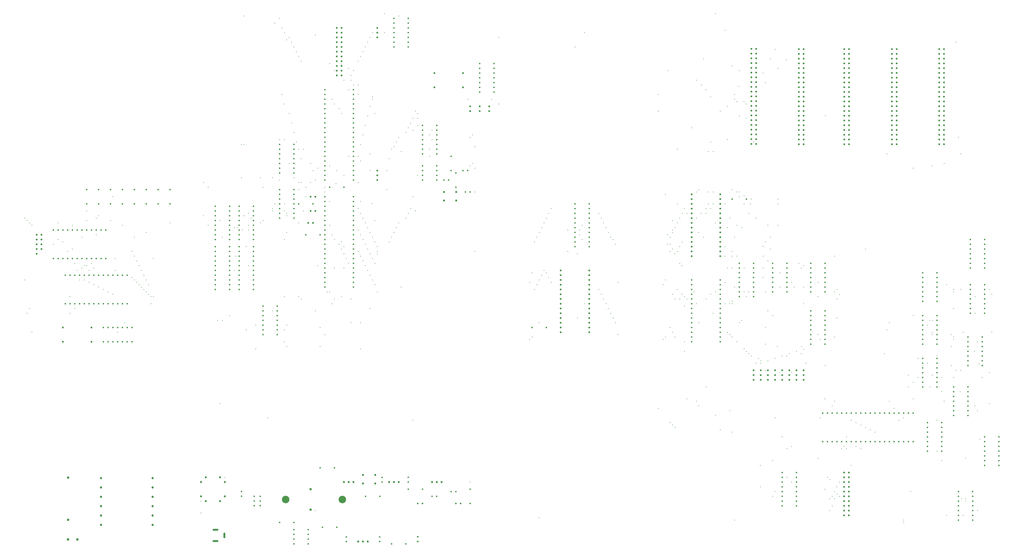
<source format=gbr>
%TF.GenerationSoftware,KiCad,Pcbnew,(5.1.10)-1*%
%TF.CreationDate,2022-04-25T14:41:32+01:00*%
%TF.ProjectId,Motherboard,4d6f7468-6572-4626-9f61-72642e6b6963,2.2*%
%TF.SameCoordinates,Original*%
%TF.FileFunction,Plated,1,8,PTH,Mixed*%
%TF.FilePolarity,Positive*%
%FSLAX46Y46*%
G04 Gerber Fmt 4.6, Leading zero omitted, Abs format (unit mm)*
G04 Created by KiCad (PCBNEW (5.1.10)-1) date 2022-04-25 14:41:32*
%MOMM*%
%LPD*%
G01*
G04 APERTURE LIST*
%TA.AperFunction,ViaDrill*%
%ADD10C,0.400000*%
%TD*%
%TA.AperFunction,ComponentDrill*%
%ADD11C,0.800000*%
%TD*%
%TA.AperFunction,ComponentDrill*%
%ADD12C,0.900000*%
%TD*%
%TA.AperFunction,ComponentDrill*%
%ADD13C,1.000000*%
%TD*%
G04 aperture for slot hole*
%TA.AperFunction,ComponentDrill*%
%ADD14C,1.000000*%
%TD*%
%TA.AperFunction,ComponentDrill*%
%ADD15C,1.100000*%
%TD*%
%TA.AperFunction,ComponentDrill*%
%ADD16C,1.200000*%
%TD*%
%TA.AperFunction,ComponentDrill*%
%ADD17C,1.300000*%
%TD*%
%TA.AperFunction,ComponentDrill*%
%ADD18C,1.320000*%
%TD*%
%TA.AperFunction,ComponentDrill*%
%ADD19C,4.000000*%
%TD*%
G04 APERTURE END LIST*
D10*
X30480000Y-139700000D03*
X30480000Y-172720000D03*
X31750000Y-140970000D03*
X31750000Y-190500000D03*
X33020000Y-142240000D03*
X33020000Y-187960000D03*
X34290000Y-143510000D03*
X34290000Y-200660000D03*
X45720000Y-153670000D03*
X48260000Y-142240000D03*
X48260000Y-151130000D03*
X50800000Y-152400000D03*
X53340000Y-157480000D03*
X54610000Y-181610000D03*
X54610000Y-190500000D03*
X55880000Y-143510000D03*
X55880000Y-156210000D03*
X57150000Y-163830000D03*
X57150000Y-187960000D03*
X58420000Y-167640000D03*
X59690000Y-172720000D03*
X60960000Y-149860000D03*
X60960000Y-166370000D03*
X62230000Y-165100000D03*
X62230000Y-172720000D03*
X63500000Y-135890000D03*
X63500000Y-140970000D03*
X63500000Y-165100000D03*
X64770000Y-167640000D03*
X64770000Y-173990000D03*
X66040000Y-163830000D03*
X67310000Y-166370000D03*
X67310000Y-175260000D03*
X68580000Y-139700000D03*
X68580000Y-148590000D03*
X69850000Y-138430000D03*
X69850000Y-176530000D03*
X72390000Y-177800000D03*
X74930000Y-179070000D03*
X76200000Y-140970000D03*
X77470000Y-128270000D03*
X77470000Y-180340000D03*
X78740000Y-161290000D03*
X78740000Y-167640000D03*
X80010000Y-200660000D03*
X82550000Y-143510000D03*
X83820000Y-195580000D03*
X87630000Y-157480000D03*
X87630000Y-171450000D03*
X88900000Y-149860000D03*
X88900000Y-160020000D03*
X88900000Y-172720000D03*
X90170000Y-162560000D03*
X90170000Y-173990000D03*
X91440000Y-165100000D03*
X91440000Y-175260000D03*
X92710000Y-167640000D03*
X92710000Y-176530000D03*
X93980000Y-170180000D03*
X93980000Y-177800000D03*
X95250000Y-147320000D03*
X95250000Y-172720000D03*
X95250000Y-179070000D03*
X96520000Y-175260000D03*
X96520000Y-180340000D03*
X97790000Y-181610000D03*
X97790000Y-185420000D03*
X99060000Y-161290000D03*
X99060000Y-181610000D03*
X107950000Y-142240000D03*
X124460000Y-290830000D03*
X124460000Y-297180000D03*
X125730000Y-120650000D03*
X125730000Y-138430000D03*
X128270000Y-123190000D03*
X128270000Y-143510000D03*
X133350000Y-194310000D03*
X134620000Y-140970000D03*
X134620000Y-238760000D03*
X135890000Y-149860000D03*
X135890000Y-194310000D03*
X137160000Y-278130000D03*
X139700000Y-191770000D03*
X142240000Y-144780000D03*
X142240000Y-167640000D03*
X142980000Y-160020000D03*
X143690001Y-144780000D03*
X146050000Y-100330000D03*
X146050000Y-118110000D03*
X146580000Y-146050000D03*
X147320000Y-31750000D03*
X147320000Y-100330000D03*
X147320000Y-138430000D03*
X148590000Y-154940000D03*
X148590000Y-199390000D03*
X149860000Y-137160000D03*
X149860000Y-143510000D03*
X149860000Y-146050000D03*
X149860000Y-165100000D03*
X151130000Y-139700000D03*
X153670000Y-196850000D03*
X153670000Y-209550000D03*
X156210000Y-118110000D03*
X156210000Y-142240000D03*
X157480000Y-123190000D03*
X157480000Y-140970000D03*
X159994600Y-246380000D03*
X162560000Y-118110000D03*
X162560000Y-134620000D03*
X162560000Y-135890000D03*
X162560000Y-189230000D03*
X163830000Y-35560000D03*
X163830000Y-132080000D03*
X166370000Y-33020000D03*
X166370000Y-97790000D03*
X166370000Y-119380000D03*
X167640000Y-38100000D03*
X167640000Y-73660000D03*
X168910000Y-40640000D03*
X168910000Y-78740000D03*
X168910000Y-97790000D03*
X168910000Y-132080000D03*
X168910000Y-135890000D03*
X168910000Y-151130000D03*
X168910000Y-181610000D03*
X168910000Y-199390000D03*
X168910000Y-205740000D03*
X170180000Y-44450000D03*
X170180000Y-137160000D03*
X170180000Y-138430000D03*
X170180000Y-147320000D03*
X170180000Y-196850000D03*
X170180000Y-208280000D03*
X171450000Y-43180000D03*
X171450000Y-83820000D03*
X171450000Y-110490000D03*
X172720000Y-45720000D03*
X172720000Y-88900000D03*
X173990000Y-48260000D03*
X173990000Y-93980000D03*
X173990000Y-118110000D03*
X175260000Y-50800000D03*
X175260000Y-99060000D03*
X176530000Y-53340000D03*
X176530000Y-102870000D03*
X176530000Y-120650000D03*
X176530000Y-124460000D03*
X176530000Y-142240000D03*
X176530000Y-181610000D03*
X177800000Y-55880000D03*
X177800000Y-107950000D03*
X177800000Y-120650000D03*
X177800000Y-182880000D03*
X179070000Y-102870000D03*
X179070000Y-135890000D03*
X180340000Y-123190000D03*
X180340000Y-128270000D03*
X182880000Y-110490000D03*
X182880000Y-120650000D03*
X184150000Y-114300000D03*
X185420000Y-41910000D03*
X185420000Y-119380000D03*
X185420000Y-189230000D03*
X185420000Y-295910000D03*
X186690000Y-113030000D03*
X186690000Y-165100000D03*
X187960000Y-198120000D03*
X187960000Y-208280000D03*
X190500000Y-123190000D03*
X190500000Y-125730000D03*
X190500000Y-201930000D03*
X191770000Y-179070000D03*
X193040000Y-57150000D03*
X193040000Y-111760000D03*
X193040000Y-130810000D03*
X193040000Y-143510000D03*
X193040000Y-179070000D03*
X194310000Y-76200000D03*
X194310000Y-148590000D03*
X194310000Y-185420000D03*
X195580000Y-60960000D03*
X195580000Y-78740000D03*
X195580000Y-151130000D03*
X195580000Y-166370000D03*
X195580000Y-182880000D03*
X196452447Y-121195000D03*
X196850000Y-114300000D03*
X198120000Y-81280000D03*
X198120000Y-153670000D03*
X199390000Y-57330003D03*
X199390000Y-83820000D03*
X199390000Y-152400000D03*
X199390000Y-156210000D03*
X199390000Y-181610000D03*
X200660000Y-66040000D03*
X200660000Y-116840000D03*
X200660000Y-154940000D03*
X200660000Y-158750000D03*
X200660000Y-166370000D03*
X201930000Y-161290000D03*
X203200000Y-59690000D03*
X203200000Y-71120000D03*
X203200000Y-106680000D03*
X203200000Y-163830000D03*
X204470000Y-63500000D03*
X204470000Y-66040000D03*
X204470000Y-182880000D03*
X204470000Y-195580000D03*
X205740000Y-60960000D03*
X205740000Y-68580000D03*
X208280000Y-55880000D03*
X208280000Y-68580000D03*
X208280000Y-73660000D03*
X208280000Y-106680000D03*
X208280000Y-120650000D03*
X208280000Y-134620000D03*
X208280000Y-146050000D03*
X208280000Y-157480000D03*
X209550000Y-53340000D03*
X209550000Y-100330000D03*
X209550000Y-109220000D03*
X209550000Y-130810000D03*
X209550000Y-137160000D03*
X209550000Y-148590000D03*
X209550000Y-160020000D03*
X209550000Y-195580000D03*
X209550000Y-209550000D03*
X210820000Y-50800000D03*
X210820000Y-95250000D03*
X210820000Y-139700000D03*
X210820000Y-151130000D03*
X210820000Y-162560000D03*
X212090000Y-48260000D03*
X212090000Y-90170000D03*
X212090000Y-142240000D03*
X212090000Y-153670000D03*
X212090000Y-165100000D03*
X213360000Y-45720000D03*
X213360000Y-85090000D03*
X213360000Y-144780000D03*
X213360000Y-156210000D03*
X213360000Y-167640000D03*
X214630000Y-43180000D03*
X214630000Y-80010000D03*
X214630000Y-105410000D03*
X214630000Y-114300000D03*
X214630000Y-147320000D03*
X214630000Y-158750000D03*
X214630000Y-170180000D03*
X214630000Y-187960000D03*
X215747849Y-131927849D03*
X215900000Y-40640000D03*
X215900000Y-74930000D03*
X215900000Y-76200000D03*
X215900000Y-149860000D03*
X215900000Y-161290000D03*
X215900000Y-172720000D03*
X217170000Y-83820000D03*
X217170000Y-140970000D03*
X217170000Y-152400000D03*
X217170000Y-163830000D03*
X217170000Y-175260000D03*
X218440000Y-154940000D03*
X218440000Y-157480000D03*
X218440000Y-158750000D03*
X218440000Y-179070000D03*
X222250000Y-30480000D03*
X222250000Y-40640000D03*
X223520000Y-114300000D03*
X223520000Y-124460000D03*
X224790000Y-107950000D03*
X224790000Y-152400000D03*
X226060000Y-102870000D03*
X226060000Y-149860000D03*
X227330000Y-101600000D03*
X227330000Y-147320000D03*
X228600000Y-99060000D03*
X228600000Y-144780000D03*
X229870000Y-31750000D03*
X229870000Y-96520000D03*
X229870000Y-142240000D03*
X231140000Y-104140000D03*
X231140000Y-176530000D03*
X233680000Y-93980000D03*
X233680000Y-139700000D03*
X234950000Y-91440000D03*
X234950000Y-137160000D03*
X236220000Y-88900000D03*
X236220000Y-134620000D03*
X237490000Y-86360000D03*
X237490000Y-92710000D03*
X237490000Y-128270000D03*
X237490000Y-247650000D03*
X238760000Y-82550000D03*
X238760000Y-135890000D03*
X240030000Y-83820000D03*
X240030000Y-86360000D03*
X240030000Y-90170000D03*
X240030000Y-116840000D03*
X246380000Y-95250000D03*
X246380000Y-102870000D03*
X246380000Y-106680000D03*
X247650000Y-92710000D03*
X247650000Y-97790000D03*
X266700000Y-76200000D03*
X267970000Y-96520000D03*
X267970000Y-111760000D03*
X267970000Y-280670000D03*
X269240000Y-95250000D03*
X269240000Y-110490000D03*
X270510000Y-101600000D03*
X270510000Y-113030000D03*
X270510000Y-125730000D03*
X270510000Y-157480000D03*
X279400000Y-76200000D03*
X283210000Y-43180000D03*
X283210000Y-78740000D03*
X299720000Y-173990000D03*
X299720000Y-204470000D03*
X300990000Y-168910000D03*
X300990000Y-203200000D03*
X302260000Y-152400000D03*
X302260000Y-177800000D03*
X303530000Y-149860000D03*
X303530000Y-175260000D03*
X304800000Y-147320000D03*
X304800000Y-172720000D03*
X304800000Y-195580000D03*
X304800000Y-299720000D03*
X306070000Y-144780000D03*
X306070000Y-170180000D03*
X306070000Y-170180000D03*
X307340000Y-142240000D03*
X307340000Y-167640000D03*
X308610000Y-139700000D03*
X308610000Y-168910000D03*
X309880000Y-137160000D03*
X309880000Y-171450000D03*
X311150000Y-134620000D03*
X311150000Y-173990000D03*
X320040000Y-146050000D03*
X320040000Y-157480000D03*
X323850000Y-48260000D03*
X325120000Y-158750000D03*
X325120000Y-193040000D03*
X326390000Y-146050000D03*
X326390000Y-148590000D03*
X327660000Y-143510000D03*
X327660000Y-151130000D03*
X328930000Y-40640000D03*
X328930000Y-185420000D03*
X336550000Y-137160000D03*
X336550000Y-177800000D03*
X337820000Y-139700000D03*
X337820000Y-180340000D03*
X339090000Y-142240000D03*
X339090000Y-182880000D03*
X340360000Y-144780000D03*
X340360000Y-185420000D03*
X341630000Y-147320000D03*
X341630000Y-187960000D03*
X342900000Y-149860000D03*
X342900000Y-190500000D03*
X344170000Y-151130000D03*
X344170000Y-193040000D03*
X345440000Y-153670000D03*
X345440000Y-195580000D03*
X346710000Y-173990000D03*
X346710000Y-201930000D03*
X368300000Y-73660000D03*
X368300000Y-82550000D03*
X368300000Y-241300000D03*
X370840000Y-175260000D03*
X370840000Y-204470000D03*
X372110000Y-127000000D03*
X372110000Y-172720000D03*
X372110000Y-203200000D03*
X373380000Y-60960000D03*
X373380000Y-148590000D03*
X373380000Y-153670000D03*
X374650000Y-149860000D03*
X374650000Y-153670000D03*
X374650000Y-157480000D03*
X374650000Y-198120000D03*
X374650000Y-248920000D03*
X375920000Y-140970000D03*
X375920000Y-146050000D03*
X375920000Y-147320000D03*
X375920000Y-156210000D03*
X375920000Y-180340000D03*
X375920000Y-200660000D03*
X375920000Y-250190000D03*
X377190000Y-144780000D03*
X377190000Y-158750000D03*
X377190000Y-182880000D03*
X377190000Y-203200000D03*
X377190000Y-251460000D03*
X378460000Y-102870000D03*
X378460000Y-132080000D03*
X378460000Y-142240000D03*
X378460000Y-157480000D03*
X378460000Y-177800000D03*
X379730000Y-139700000D03*
X379730000Y-154940000D03*
X379730000Y-163830000D03*
X379730000Y-182880000D03*
X381000000Y-137160000D03*
X381000000Y-152400000D03*
X381000000Y-165100000D03*
X381000000Y-180340000D03*
X382270000Y-134620000D03*
X382270000Y-181610000D03*
X382270000Y-186690000D03*
X382270000Y-205740000D03*
X382270000Y-210820000D03*
X383540000Y-137160000D03*
X383540000Y-182880000D03*
X383540000Y-236220000D03*
X386080000Y-91440000D03*
X387350000Y-179070000D03*
X388620000Y-66040000D03*
X388620000Y-125730000D03*
X388620000Y-139700000D03*
X388620000Y-185420000D03*
X388620000Y-237490000D03*
X389890000Y-124460000D03*
X389890000Y-147320000D03*
X389890000Y-195580000D03*
X389890000Y-240030000D03*
X391160000Y-68580000D03*
X391160000Y-137160000D03*
X392430000Y-54610000D03*
X392430000Y-149860000D03*
X393700000Y-71120000D03*
X393700000Y-134620000D03*
X393700000Y-137160000D03*
X393700000Y-182880000D03*
X393700000Y-229870000D03*
X394970000Y-104140000D03*
X394970000Y-125730000D03*
X394970000Y-132080000D03*
X396240000Y-74930000D03*
X396240000Y-99060000D03*
X396240000Y-134620000D03*
X396240000Y-180340000D03*
X397510000Y-104140000D03*
X397510000Y-125730000D03*
X397510000Y-132080000D03*
X397510000Y-190500000D03*
X398780000Y-30480000D03*
X398780000Y-142240000D03*
X398780000Y-179070000D03*
X398780000Y-245110000D03*
X401320000Y-82550000D03*
X401320000Y-252730000D03*
X403860000Y-39370000D03*
X403860000Y-132080000D03*
X403860000Y-154940000D03*
X403860000Y-160020000D03*
X403860000Y-173990000D03*
X403860000Y-185420000D03*
X405130000Y-80010000D03*
X405130000Y-97790000D03*
X405130000Y-144780000D03*
X405130000Y-166370000D03*
X405130000Y-200660000D03*
X406400000Y-139700000D03*
X406400000Y-185420000D03*
X406400000Y-201930000D03*
X406400000Y-242570000D03*
X407670000Y-58420000D03*
X407670000Y-124460000D03*
X407670000Y-157480000D03*
X407670000Y-160020000D03*
X407670000Y-166370000D03*
X407670000Y-183969999D03*
X407670000Y-185420000D03*
X407670000Y-203200000D03*
X407670000Y-254000000D03*
X408940000Y-73660000D03*
X408940000Y-76200000D03*
X408940000Y-149860000D03*
X408940000Y-176530000D03*
X408940000Y-300990000D03*
X410210000Y-77470000D03*
X410210000Y-125730000D03*
X410210000Y-143510000D03*
X410210000Y-160020000D03*
X410210000Y-205740000D03*
X411226000Y-69342000D03*
X411480000Y-60960000D03*
X411480000Y-85090000D03*
X411480000Y-125730000D03*
X411480000Y-128270000D03*
X411480000Y-195399999D03*
X412750000Y-144780000D03*
X412750000Y-194310000D03*
X414020000Y-77470000D03*
X414020000Y-127762000D03*
X414020000Y-132080000D03*
X414020000Y-166370000D03*
X414020000Y-179070000D03*
X414020000Y-209550000D03*
X415290000Y-78740000D03*
X415290000Y-86360000D03*
X415290000Y-181610000D03*
X415290000Y-210820000D03*
X416560000Y-137160000D03*
X416560000Y-179070000D03*
X416560000Y-212090000D03*
X417322000Y-132080000D03*
X417830000Y-129540000D03*
X417830000Y-213360000D03*
X419100000Y-99060000D03*
X420370000Y-139700000D03*
X420370000Y-217170000D03*
X421640000Y-214630000D03*
X422681400Y-271754600D03*
X422732200Y-283159200D03*
X422910000Y-215900000D03*
X422910000Y-217170000D03*
X424180000Y-62230000D03*
X424180000Y-154940000D03*
X424180000Y-160020000D03*
X424180000Y-166370000D03*
X424180000Y-171450000D03*
X425269997Y-220980000D03*
X425450000Y-67310000D03*
X425450000Y-152400000D03*
X425450000Y-179070000D03*
X425450000Y-198120000D03*
X425450000Y-207010000D03*
X426720000Y-143510000D03*
X426720000Y-162560000D03*
X426720000Y-189230000D03*
X426720000Y-215900000D03*
X427990000Y-54610000D03*
X427990000Y-149860000D03*
X427990000Y-156210000D03*
X429260000Y-191770000D03*
X429260000Y-269240000D03*
X429260000Y-288290000D03*
X430530000Y-49530000D03*
X430530000Y-214630000D03*
X430530000Y-246380000D03*
X430530000Y-285750000D03*
X431800000Y-208280000D03*
X432054000Y-59690000D03*
X432054000Y-129540000D03*
X432054000Y-132080000D03*
X432054000Y-143510000D03*
X433070000Y-168910000D03*
X433070000Y-176530000D03*
X433070000Y-222250000D03*
X434340000Y-213360000D03*
X434340000Y-256540000D03*
X436524400Y-55067200D03*
X436880000Y-213360000D03*
X436880000Y-262890000D03*
X436880000Y-278130000D03*
X438150000Y-212090000D03*
X439420000Y-173990000D03*
X439420000Y-222250000D03*
X439420000Y-261620000D03*
X439420000Y-280670000D03*
X440690000Y-176530000D03*
X441960000Y-210820000D03*
X443230000Y-163830000D03*
X444500000Y-166370000D03*
X444500000Y-208280000D03*
X444500000Y-212090000D03*
X445770000Y-165100000D03*
X445770000Y-176530000D03*
X445770000Y-185420000D03*
X445770000Y-209550000D03*
X447040000Y-217170000D03*
X453390000Y-173990000D03*
X453390000Y-181610000D03*
X453390000Y-201930000D03*
X453390000Y-267970000D03*
X454660000Y-204470000D03*
X454660000Y-246380000D03*
X457200000Y-218440000D03*
X457200000Y-236220000D03*
X457200000Y-284480000D03*
X457403200Y-84937600D03*
X458470000Y-278130000D03*
X459740000Y-279400000D03*
X459740000Y-289560000D03*
X459740000Y-295910000D03*
X461010000Y-240030000D03*
X461010000Y-288290000D03*
X461010000Y-293370000D03*
X462280000Y-160020000D03*
X462280000Y-179070000D03*
X462280000Y-203200000D03*
X462280000Y-237490000D03*
X462280000Y-285750000D03*
X462280000Y-289560000D03*
X463550000Y-177800000D03*
X463550000Y-182880000D03*
X463550000Y-193040000D03*
X463550000Y-283210000D03*
X463550000Y-287020000D03*
X464820000Y-280670000D03*
X464820000Y-288290000D03*
X464872008Y-180484990D03*
X466090000Y-262890000D03*
X467360000Y-261620000D03*
X468630000Y-256540000D03*
X468630000Y-262890000D03*
X471144600Y-271729200D03*
X471170000Y-247650000D03*
X473710000Y-248920000D03*
X473710000Y-261620000D03*
X476250000Y-250190000D03*
X476250000Y-262890000D03*
X478790000Y-156210000D03*
X478790000Y-251460000D03*
X481330000Y-252730000D03*
X483870000Y-254000000D03*
X488950000Y-212090000D03*
X490220000Y-105410000D03*
X490220000Y-199390000D03*
X491490000Y-195580000D03*
X491490000Y-237490000D03*
X494030000Y-241300000D03*
X496570000Y-247650000D03*
X499110000Y-246380000D03*
X499110000Y-300990000D03*
X499110000Y-302260000D03*
X501650000Y-223520000D03*
X501650000Y-229870000D03*
X502920000Y-285750000D03*
X504190000Y-113030000D03*
X504190000Y-191770000D03*
X504190000Y-227330000D03*
X504190000Y-236220000D03*
X506730000Y-214630000D03*
X506730000Y-224790000D03*
X509270000Y-218570000D03*
X511810000Y-196850000D03*
X511810000Y-217170000D03*
X513080000Y-194310000D03*
X513080000Y-229870000D03*
X514350000Y-111760000D03*
X514350000Y-194310000D03*
X514350000Y-200660000D03*
X514350000Y-201930000D03*
X514350000Y-223520000D03*
X516890000Y-213230000D03*
X516890000Y-247650000D03*
X516890000Y-264160000D03*
X519430000Y-224790000D03*
X519430000Y-232410000D03*
X519430000Y-269240000D03*
X520700000Y-110490000D03*
X520700000Y-237490000D03*
X521970000Y-175260000D03*
X521970000Y-298450000D03*
X524510000Y-201930000D03*
X524510000Y-208280000D03*
X524510000Y-218440000D03*
X525780000Y-177800000D03*
X525780000Y-179070000D03*
X525780000Y-187960000D03*
X525780000Y-203200000D03*
X525780000Y-204470000D03*
X525780000Y-224790000D03*
X527050000Y-45720000D03*
X527050000Y-220980000D03*
X528320000Y-96520000D03*
X529264999Y-232410000D03*
X529590000Y-105410000D03*
X529590000Y-177800000D03*
X529590000Y-220980000D03*
X530135000Y-289560000D03*
X530860000Y-200660000D03*
X530860000Y-298450000D03*
X532130000Y-267970000D03*
X532130000Y-289560000D03*
X532130000Y-290830000D03*
X537029999Y-210820000D03*
X537029999Y-240030000D03*
X537210000Y-181610000D03*
X537210000Y-190500000D03*
X538480000Y-205740000D03*
X538480000Y-242570000D03*
X538480000Y-295910000D03*
X539350001Y-217569999D03*
X539750000Y-257810000D03*
X541020000Y-224790000D03*
X544830000Y-177800000D03*
X544830000Y-222250000D03*
X544830000Y-238760000D03*
X546100000Y-180340000D03*
X546100000Y-200660000D03*
D11*
%TO.C,U29*%
X45720000Y-146050000D03*
X45720000Y-161290000D03*
X48260000Y-146050000D03*
X48260000Y-161290000D03*
X50800000Y-146050000D03*
X50800000Y-161290000D03*
%TO.C,U25*%
X52070000Y-170180000D03*
X52070000Y-185420000D03*
%TO.C,U29*%
X53340000Y-146050000D03*
X53340000Y-161290000D03*
%TO.C,U25*%
X54610000Y-170180000D03*
X54610000Y-185420000D03*
%TO.C,U29*%
X55880000Y-146050000D03*
X55880000Y-161290000D03*
%TO.C,U25*%
X57150000Y-170180000D03*
X57150000Y-185420000D03*
%TO.C,U29*%
X58420000Y-146050000D03*
X58420000Y-161290000D03*
%TO.C,U25*%
X59690000Y-170180000D03*
X59690000Y-185420000D03*
%TO.C,U29*%
X60960000Y-146050000D03*
X60960000Y-161290000D03*
%TO.C,U25*%
X62230000Y-170180000D03*
X62230000Y-185420000D03*
%TO.C,R8*%
X63500000Y-124460000D03*
X63500000Y-132080000D03*
%TO.C,U29*%
X63500000Y-146050000D03*
X63500000Y-161290000D03*
%TO.C,U25*%
X64770000Y-170180000D03*
X64770000Y-185420000D03*
%TO.C,U29*%
X66040000Y-146050000D03*
X66040000Y-161290000D03*
%TO.C,U25*%
X67310000Y-170180000D03*
X67310000Y-185420000D03*
%TO.C,U29*%
X68580000Y-146050000D03*
X68580000Y-161290000D03*
%TO.C,R7*%
X69850000Y-124460000D03*
X69850000Y-132080000D03*
%TO.C,U25*%
X69850000Y-170180000D03*
X69850000Y-185420000D03*
%TO.C,U29*%
X71120000Y-146050000D03*
X71120000Y-161290000D03*
%TO.C,U25*%
X72390000Y-170180000D03*
X72390000Y-185420000D03*
%TO.C,U32*%
X72390000Y-198120000D03*
X72390000Y-205740000D03*
%TO.C,U29*%
X73660000Y-146050000D03*
X73660000Y-161290000D03*
%TO.C,U25*%
X74930000Y-170180000D03*
X74930000Y-185420000D03*
%TO.C,U32*%
X74930000Y-198120000D03*
X74930000Y-205740000D03*
%TO.C,R6*%
X76200000Y-124460000D03*
X76200000Y-132080000D03*
%TO.C,U25*%
X77470000Y-170180000D03*
X77470000Y-185420000D03*
%TO.C,U32*%
X77470000Y-198120000D03*
X77470000Y-205740000D03*
%TO.C,U25*%
X80010000Y-170180000D03*
X80010000Y-185420000D03*
%TO.C,U32*%
X80010000Y-198120000D03*
X80010000Y-205740000D03*
%TO.C,R5*%
X82550000Y-124460000D03*
X82550000Y-132080000D03*
%TO.C,U25*%
X82550000Y-170180000D03*
X82550000Y-185420000D03*
%TO.C,U32*%
X82550000Y-198120000D03*
X82550000Y-205740000D03*
%TO.C,U25*%
X85090000Y-170180000D03*
X85090000Y-185420000D03*
%TO.C,U32*%
X85090000Y-198120000D03*
X85090000Y-205740000D03*
X87630000Y-198120000D03*
X87630000Y-205740000D03*
%TO.C,R4*%
X88900000Y-124460000D03*
X88900000Y-132080000D03*
%TO.C,R3*%
X95250000Y-124460000D03*
X95250000Y-132080000D03*
%TO.C,R2*%
X101600000Y-124460000D03*
X101600000Y-132080000D03*
%TO.C,R1*%
X107950000Y-124460000D03*
X107950000Y-132080000D03*
%TO.C,U4*%
X132080000Y-133350000D03*
X132080000Y-135890000D03*
X132080000Y-138430000D03*
X132080000Y-140970000D03*
X132080000Y-143510000D03*
X132080000Y-146050000D03*
X132080000Y-148590000D03*
X132080000Y-151130000D03*
%TO.C,U16*%
X132080000Y-154940000D03*
X132080000Y-157480000D03*
X132080000Y-160020000D03*
X132080000Y-162560000D03*
X132080000Y-165100000D03*
X132080000Y-167640000D03*
X132080000Y-170180000D03*
X132080000Y-172720000D03*
X132080000Y-175260000D03*
X132080000Y-177800000D03*
%TO.C,U4*%
X139700000Y-133350000D03*
X139700000Y-135890000D03*
X139700000Y-138430000D03*
X139700000Y-140970000D03*
X139700000Y-143510000D03*
X139700000Y-146050000D03*
X139700000Y-148590000D03*
X139700000Y-151130000D03*
%TO.C,U16*%
X139700000Y-154940000D03*
X139700000Y-157480000D03*
X139700000Y-160020000D03*
X139700000Y-162560000D03*
X139700000Y-165100000D03*
X139700000Y-167640000D03*
X139700000Y-170180000D03*
X139700000Y-172720000D03*
X139700000Y-175260000D03*
X139700000Y-177800000D03*
%TO.C,U5*%
X144780000Y-133350000D03*
X144780000Y-135890000D03*
X144780000Y-138430000D03*
X144780000Y-140970000D03*
X144780000Y-143510000D03*
X144780000Y-146050000D03*
X144780000Y-148590000D03*
X144780000Y-151130000D03*
%TO.C,U17*%
X144780000Y-154940000D03*
X144780000Y-157480000D03*
X144780000Y-160020000D03*
X144780000Y-162560000D03*
X144780000Y-165100000D03*
X144780000Y-167640000D03*
X144780000Y-170180000D03*
X144780000Y-172720000D03*
X144780000Y-175260000D03*
X144780000Y-177800000D03*
%TO.C,CP1*%
X146024600Y-285637600D03*
X146024600Y-288137600D03*
%TO.C,U5*%
X152400000Y-133350000D03*
X152400000Y-135890000D03*
X152400000Y-138430000D03*
X152400000Y-140970000D03*
X152400000Y-143510000D03*
X152400000Y-146050000D03*
X152400000Y-148590000D03*
X152400000Y-151130000D03*
%TO.C,U17*%
X152400000Y-154940000D03*
X152400000Y-157480000D03*
X152400000Y-160020000D03*
X152400000Y-162560000D03*
X152400000Y-165100000D03*
X152400000Y-167640000D03*
X152400000Y-170180000D03*
X152400000Y-172720000D03*
X152400000Y-175260000D03*
X152400000Y-177800000D03*
%TO.C,SW1*%
X152831800Y-288217600D03*
X152831800Y-290717600D03*
X152831800Y-293217600D03*
X156031800Y-288217600D03*
X156031800Y-290717600D03*
X156031800Y-293217600D03*
%TO.C,U18*%
X157480000Y-186690000D03*
X157480000Y-189230000D03*
X157480000Y-191770000D03*
X157480000Y-194310000D03*
X157480000Y-196850000D03*
X157480000Y-199390000D03*
X157480000Y-201930000D03*
X165100000Y-186690000D03*
X165100000Y-189230000D03*
X165100000Y-191770000D03*
X165100000Y-194310000D03*
X165100000Y-196850000D03*
X165100000Y-199390000D03*
X165100000Y-201930000D03*
%TO.C,U14*%
X166370000Y-100330000D03*
X166370000Y-102870000D03*
X166370000Y-105410000D03*
X166370000Y-107950000D03*
X166370000Y-110490000D03*
X166370000Y-113030000D03*
X166370000Y-115570000D03*
%TO.C,U7*%
X166370000Y-124460000D03*
X166370000Y-127000000D03*
X166370000Y-129540000D03*
X166370000Y-132080000D03*
X166370000Y-134620000D03*
X166370000Y-137160000D03*
X166370000Y-139700000D03*
%TO.C,R14*%
X166370000Y-302260000D03*
%TO.C,U14*%
X173990000Y-100330000D03*
X173990000Y-102870000D03*
X173990000Y-105410000D03*
X173990000Y-107950000D03*
X173990000Y-110490000D03*
X173990000Y-113030000D03*
X173990000Y-115570000D03*
%TO.C,U7*%
X173990000Y-124460000D03*
X173990000Y-127000000D03*
X173990000Y-129540000D03*
X173990000Y-132080000D03*
X173990000Y-134620000D03*
X173990000Y-137160000D03*
X173990000Y-139700000D03*
%TO.C,R14*%
X173990000Y-302260000D03*
%TO.C,U12*%
X173990000Y-306070000D03*
X173990000Y-308610000D03*
X173990000Y-311150000D03*
X173990000Y-313690000D03*
%TO.C,R18*%
X176530000Y-132080000D03*
%TO.C,R19*%
X180340000Y-148590000D03*
%TO.C,U12*%
X181610000Y-306070000D03*
X181610000Y-308610000D03*
X181610000Y-311150000D03*
X181610000Y-313690000D03*
%TO.C,R18*%
X184150000Y-132080000D03*
%TO.C,R19*%
X187960000Y-148590000D03*
%TO.C,R12*%
X187960000Y-273050000D03*
%TO.C,R13*%
X189230000Y-304800000D03*
%TO.C,U33*%
X190500000Y-71120000D03*
X190500000Y-73660000D03*
X190500000Y-76200000D03*
X190500000Y-78740000D03*
X190500000Y-81280000D03*
X190500000Y-83820000D03*
X190500000Y-86360000D03*
X190500000Y-88900000D03*
X190500000Y-91440000D03*
X190500000Y-93980000D03*
X190500000Y-96520000D03*
X190500000Y-99060000D03*
X190500000Y-101600000D03*
X190500000Y-104140000D03*
X190500000Y-106680000D03*
X190500000Y-109220000D03*
X190500000Y-111760000D03*
X190500000Y-114300000D03*
X190500000Y-116840000D03*
X190500000Y-119380000D03*
%TO.C,U21*%
X190500000Y-128270000D03*
X190500000Y-130810000D03*
X190500000Y-133350000D03*
X190500000Y-135890000D03*
X190500000Y-138430000D03*
X190500000Y-140970000D03*
X190500000Y-143510000D03*
X190500000Y-146050000D03*
X190500000Y-148590000D03*
X190500000Y-151130000D03*
X190500000Y-153670000D03*
X190500000Y-156210000D03*
X190500000Y-158750000D03*
X190500000Y-161290000D03*
X190500000Y-163830000D03*
X190500000Y-166370000D03*
X190500000Y-168910000D03*
X190500000Y-171450000D03*
X190500000Y-173990000D03*
X190500000Y-176530000D03*
%TO.C,R17*%
X193040000Y-123190000D03*
%TO.C,R12*%
X195580000Y-273050000D03*
%TO.C,R13*%
X196850000Y-304800000D03*
%TO.C,R17*%
X200660000Y-123190000D03*
%TO.C,C5*%
X201930000Y-309920000D03*
X201930000Y-312420000D03*
%TO.C,U33*%
X205740000Y-71120000D03*
X205740000Y-73660000D03*
X205740000Y-76200000D03*
X205740000Y-78740000D03*
X205740000Y-81280000D03*
X205740000Y-83820000D03*
X205740000Y-86360000D03*
X205740000Y-88900000D03*
X205740000Y-91440000D03*
X205740000Y-93980000D03*
X205740000Y-96520000D03*
X205740000Y-99060000D03*
X205740000Y-101600000D03*
X205740000Y-104140000D03*
X205740000Y-106680000D03*
X205740000Y-109220000D03*
X205740000Y-111760000D03*
X205740000Y-114300000D03*
X205740000Y-116840000D03*
X205740000Y-119380000D03*
%TO.C,U21*%
X205740000Y-128270000D03*
X205740000Y-130810000D03*
X205740000Y-133350000D03*
X205740000Y-135890000D03*
X205740000Y-138430000D03*
X205740000Y-140970000D03*
X205740000Y-143510000D03*
X205740000Y-146050000D03*
X205740000Y-148590000D03*
X205740000Y-151130000D03*
X205740000Y-153670000D03*
X205740000Y-156210000D03*
X205740000Y-158750000D03*
X205740000Y-161290000D03*
X205740000Y-163830000D03*
X205740000Y-166370000D03*
X205740000Y-168910000D03*
X205740000Y-171450000D03*
X205740000Y-173990000D03*
X205740000Y-176530000D03*
%TO.C,R15*%
X212150000Y-288290000D03*
%TO.C,C6*%
X219710000Y-309920000D03*
X219710000Y-312420000D03*
%TO.C,R15*%
X219770000Y-288290000D03*
%TO.C,C1*%
X220980000Y-278170000D03*
X220980000Y-280670000D03*
%TO.C,R11*%
X226060000Y-313690000D03*
%TO.C,U6*%
X227330000Y-33020000D03*
X227330000Y-35560000D03*
X227330000Y-38100000D03*
X227330000Y-40640000D03*
X227330000Y-43180000D03*
X227330000Y-45720000D03*
X227330000Y-48260000D03*
%TO.C,R11*%
X233680000Y-313690000D03*
%TO.C,U6*%
X234950000Y-33020000D03*
X234950000Y-35560000D03*
X234950000Y-38100000D03*
X234950000Y-40640000D03*
X234950000Y-43180000D03*
X234950000Y-45720000D03*
X234950000Y-48260000D03*
%TO.C,C2*%
X234950000Y-278130000D03*
X234950000Y-280630000D03*
%TO.C,R10*%
X234950000Y-284480000D03*
%TO.C,U23*%
X242570000Y-90170000D03*
X242570000Y-92710000D03*
X242570000Y-95250000D03*
X242570000Y-97790000D03*
X242570000Y-100330000D03*
X242570000Y-102870000D03*
X242570000Y-105410000D03*
%TO.C,U26*%
X242570000Y-111760000D03*
X242570000Y-114300000D03*
X242570000Y-116840000D03*
X242570000Y-119380000D03*
%TO.C,R10*%
X242570000Y-284480000D03*
%TO.C,C4*%
X247650000Y-288290000D03*
X250150000Y-288290000D03*
%TO.C,U23*%
X250190000Y-90170000D03*
X250190000Y-92710000D03*
X250190000Y-95250000D03*
X250190000Y-97790000D03*
X250190000Y-100330000D03*
X250190000Y-102870000D03*
X250190000Y-105410000D03*
%TO.C,U26*%
X250190000Y-111760000D03*
X250190000Y-114300000D03*
X250190000Y-116840000D03*
X250190000Y-119380000D03*
%TO.C,C8*%
X254000000Y-119380000D03*
X256500000Y-119380000D03*
%TO.C,R21*%
X257810000Y-106680000D03*
X257810000Y-114300000D03*
%TO.C,C3*%
X257850000Y-285750000D03*
%TO.C,R20*%
X260350000Y-115570000D03*
X260350000Y-123190000D03*
%TO.C,C3*%
X260350000Y-285750000D03*
%TO.C,CP2*%
X264160000Y-114300000D03*
%TO.C,C7*%
X265430000Y-125730000D03*
%TO.C,CP2*%
X266660000Y-114300000D03*
%TO.C,C7*%
X267930000Y-125730000D03*
%TO.C,R9*%
X267970000Y-284480000D03*
X267970000Y-292100000D03*
%TO.C,U24*%
X273050000Y-57150000D03*
X273050000Y-59690000D03*
X273050000Y-62230000D03*
X273050000Y-64770000D03*
X273050000Y-67310000D03*
X273050000Y-69850000D03*
X273050000Y-72390000D03*
X280670000Y-57150000D03*
X280670000Y-59690000D03*
X280670000Y-62230000D03*
X280670000Y-64770000D03*
X280670000Y-67310000D03*
X280670000Y-69850000D03*
X280670000Y-72390000D03*
%TO.C,R22*%
X300990000Y-198120000D03*
X308610000Y-198120000D03*
%TO.C,U10*%
X323850000Y-132080000D03*
X323850000Y-134620000D03*
X323850000Y-137160000D03*
X323850000Y-139700000D03*
X323850000Y-142240000D03*
X323850000Y-144780000D03*
X323850000Y-147320000D03*
X323850000Y-149860000D03*
X323850000Y-152400000D03*
X323850000Y-154940000D03*
X331470000Y-132080000D03*
X331470000Y-134620000D03*
X331470000Y-137160000D03*
X331470000Y-139700000D03*
X331470000Y-142240000D03*
X331470000Y-144780000D03*
X331470000Y-147320000D03*
X331470000Y-149860000D03*
X331470000Y-152400000D03*
X331470000Y-154940000D03*
%TO.C,U9*%
X386080000Y-172720000D03*
X386080000Y-175260000D03*
X386080000Y-177800000D03*
X386080000Y-180340000D03*
X386080000Y-182880000D03*
X386080000Y-185420000D03*
X386080000Y-187960000D03*
X386080000Y-190500000D03*
X386080000Y-193040000D03*
X386080000Y-195580000D03*
X386080000Y-198120000D03*
X386080000Y-200660000D03*
X386080000Y-203200000D03*
X386080000Y-205740000D03*
X401320000Y-172720000D03*
X401320000Y-175260000D03*
X401320000Y-177800000D03*
X401320000Y-180340000D03*
X401320000Y-182880000D03*
X401320000Y-185420000D03*
X401320000Y-187960000D03*
X401320000Y-190500000D03*
X401320000Y-193040000D03*
X401320000Y-195580000D03*
X401320000Y-198120000D03*
X401320000Y-200660000D03*
X401320000Y-203200000D03*
X401320000Y-205740000D03*
%TO.C,R16*%
X407670000Y-129540000D03*
%TO.C,U22*%
X411480000Y-163830000D03*
X411480000Y-166370000D03*
X411480000Y-168910000D03*
X411480000Y-171450000D03*
X411480000Y-173990000D03*
X411480000Y-176530000D03*
X411480000Y-179070000D03*
X411480000Y-181610000D03*
%TO.C,R16*%
X415290000Y-129540000D03*
%TO.C,U22*%
X419100000Y-163830000D03*
X419100000Y-166370000D03*
X419100000Y-168910000D03*
X419100000Y-171450000D03*
X419100000Y-173990000D03*
X419100000Y-176530000D03*
X419100000Y-179070000D03*
X419100000Y-181610000D03*
%TO.C,U3*%
X429260000Y-163830000D03*
X429260000Y-166370000D03*
X429260000Y-168910000D03*
X429260000Y-171450000D03*
X429260000Y-173990000D03*
X429260000Y-176530000D03*
X429260000Y-179070000D03*
%TO.C,U20*%
X434340000Y-275564600D03*
X434340000Y-278104600D03*
X434340000Y-280644600D03*
X434340000Y-283184600D03*
X434340000Y-285724600D03*
X434340000Y-288264600D03*
X434340000Y-290804600D03*
X434340000Y-293344600D03*
%TO.C,U3*%
X436880000Y-163830000D03*
X436880000Y-166370000D03*
X436880000Y-168910000D03*
X436880000Y-171450000D03*
X436880000Y-173990000D03*
X436880000Y-176530000D03*
X436880000Y-179070000D03*
%TO.C,U20*%
X441960000Y-275564600D03*
X441960000Y-278104600D03*
X441960000Y-280644600D03*
X441960000Y-283184600D03*
X441960000Y-285724600D03*
X441960000Y-288264600D03*
X441960000Y-290804600D03*
X441960000Y-293344600D03*
%TO.C,U8*%
X449580000Y-163830000D03*
X449580000Y-166370000D03*
X449580000Y-168910000D03*
X449580000Y-171450000D03*
X449580000Y-173990000D03*
X449580000Y-176530000D03*
X449580000Y-179070000D03*
%TO.C,U28*%
X449580000Y-189230000D03*
X449580000Y-191770000D03*
X449580000Y-194310000D03*
X449580000Y-196850000D03*
X449580000Y-199390000D03*
X449580000Y-201930000D03*
X449580000Y-204470000D03*
X449580000Y-207010000D03*
%TO.C,U27*%
X455930000Y-243840000D03*
X455930000Y-259080000D03*
%TO.C,U8*%
X457200000Y-163830000D03*
X457200000Y-166370000D03*
X457200000Y-168910000D03*
X457200000Y-171450000D03*
X457200000Y-173990000D03*
X457200000Y-176530000D03*
X457200000Y-179070000D03*
%TO.C,U28*%
X457200000Y-189230000D03*
X457200000Y-191770000D03*
X457200000Y-194310000D03*
X457200000Y-196850000D03*
X457200000Y-199390000D03*
X457200000Y-201930000D03*
X457200000Y-204470000D03*
X457200000Y-207010000D03*
%TO.C,U27*%
X458470000Y-243840000D03*
X458470000Y-259080000D03*
X461010000Y-243840000D03*
X461010000Y-259080000D03*
X463550000Y-243840000D03*
X463550000Y-259080000D03*
X466090000Y-243840000D03*
X466090000Y-259080000D03*
X468630000Y-243840000D03*
X468630000Y-259080000D03*
X471170000Y-243840000D03*
X471170000Y-259080000D03*
X473710000Y-243840000D03*
X473710000Y-259080000D03*
X476250000Y-243840000D03*
X476250000Y-259080000D03*
X478790000Y-243840000D03*
X478790000Y-259080000D03*
X481330000Y-243840000D03*
X481330000Y-259080000D03*
X483870000Y-243840000D03*
X483870000Y-259080000D03*
X486410000Y-243840000D03*
X486410000Y-259080000D03*
X488950000Y-243840000D03*
X488950000Y-259080000D03*
X491490000Y-243840000D03*
X491490000Y-259080000D03*
X494030000Y-243840000D03*
X494030000Y-259080000D03*
X496570000Y-243840000D03*
X496570000Y-259080000D03*
X499110000Y-243840000D03*
X499110000Y-259080000D03*
X501650000Y-243840000D03*
X501650000Y-259080000D03*
X504190000Y-243840000D03*
X504190000Y-259080000D03*
%TO.C,U42*%
X509270000Y-168910000D03*
X509270000Y-171450000D03*
X509270000Y-173990000D03*
X509270000Y-176530000D03*
X509270000Y-179070000D03*
X509270000Y-181610000D03*
X509270000Y-184150000D03*
%TO.C,U37*%
X509270000Y-191770000D03*
X509270000Y-194310000D03*
X509270000Y-196850000D03*
X509270000Y-199390000D03*
X509270000Y-201930000D03*
X509270000Y-204470000D03*
X509270000Y-207010000D03*
%TO.C,U36*%
X509270000Y-214630000D03*
X509270000Y-217170000D03*
X509270000Y-219710000D03*
X509270000Y-222250000D03*
X509270000Y-224790000D03*
X509270000Y-227330000D03*
X509270000Y-229870000D03*
%TO.C,U40*%
X511810000Y-248920000D03*
X511810000Y-251460000D03*
X511810000Y-254000000D03*
X511810000Y-256540000D03*
X511810000Y-259080000D03*
X511810000Y-261620000D03*
X511810000Y-264160000D03*
%TO.C,U42*%
X516890000Y-168910000D03*
X516890000Y-171450000D03*
X516890000Y-173990000D03*
X516890000Y-176530000D03*
X516890000Y-179070000D03*
X516890000Y-181610000D03*
X516890000Y-184150000D03*
%TO.C,U37*%
X516890000Y-191770000D03*
X516890000Y-194310000D03*
X516890000Y-196850000D03*
X516890000Y-199390000D03*
X516890000Y-201930000D03*
X516890000Y-204470000D03*
X516890000Y-207010000D03*
%TO.C,U36*%
X516890000Y-214630000D03*
X516890000Y-217170000D03*
X516890000Y-219710000D03*
X516890000Y-222250000D03*
X516890000Y-224790000D03*
X516890000Y-227330000D03*
X516890000Y-229870000D03*
%TO.C,U40*%
X519430000Y-248920000D03*
X519430000Y-251460000D03*
X519430000Y-254000000D03*
X519430000Y-256540000D03*
X519430000Y-259080000D03*
X519430000Y-261620000D03*
X519430000Y-264160000D03*
%TO.C,U35*%
X525780000Y-229870000D03*
X525780000Y-232410000D03*
X525780000Y-234950000D03*
X525780000Y-237490000D03*
X525780000Y-240030000D03*
X525780000Y-242570000D03*
X525780000Y-245110000D03*
%TO.C,U15*%
X528320000Y-285750000D03*
X528320000Y-288290000D03*
X528320000Y-290830000D03*
X528320000Y-293370000D03*
X528320000Y-295910000D03*
X528320000Y-298450000D03*
X528320000Y-300990000D03*
%TO.C,U38*%
X533400000Y-203200000D03*
X533400000Y-205740000D03*
X533400000Y-208280000D03*
X533400000Y-210820000D03*
X533400000Y-213360000D03*
X533400000Y-215900000D03*
X533400000Y-218440000D03*
%TO.C,U35*%
X533400000Y-229870000D03*
X533400000Y-232410000D03*
X533400000Y-234950000D03*
X533400000Y-237490000D03*
X533400000Y-240030000D03*
X533400000Y-242570000D03*
X533400000Y-245110000D03*
%TO.C,U43*%
X534670000Y-151130000D03*
X534670000Y-153670000D03*
X534670000Y-156210000D03*
X534670000Y-158750000D03*
X534670000Y-161290000D03*
X534670000Y-163830000D03*
X534670000Y-166370000D03*
%TO.C,U39*%
X534670000Y-175260000D03*
X534670000Y-177800000D03*
X534670000Y-180340000D03*
X534670000Y-182880000D03*
X534670000Y-185420000D03*
X534670000Y-187960000D03*
X534670000Y-190500000D03*
%TO.C,U15*%
X535940000Y-285750000D03*
X535940000Y-288290000D03*
X535940000Y-290830000D03*
X535940000Y-293370000D03*
X535940000Y-295910000D03*
X535940000Y-298450000D03*
X535940000Y-300990000D03*
%TO.C,U38*%
X541020000Y-203200000D03*
X541020000Y-205740000D03*
X541020000Y-208280000D03*
X541020000Y-210820000D03*
X541020000Y-213360000D03*
X541020000Y-215900000D03*
X541020000Y-218440000D03*
%TO.C,U43*%
X542290000Y-151130000D03*
X542290000Y-153670000D03*
X542290000Y-156210000D03*
X542290000Y-158750000D03*
X542290000Y-161290000D03*
X542290000Y-163830000D03*
X542290000Y-166370000D03*
%TO.C,U39*%
X542290000Y-175260000D03*
X542290000Y-177800000D03*
X542290000Y-180340000D03*
X542290000Y-182880000D03*
X542290000Y-185420000D03*
X542290000Y-187960000D03*
X542290000Y-190500000D03*
%TO.C,U31*%
X542290000Y-256540000D03*
X542290000Y-259080000D03*
X542290000Y-261620000D03*
X542290000Y-264160000D03*
X542290000Y-266700000D03*
X542290000Y-269240000D03*
X542290000Y-271780000D03*
X549910000Y-256540000D03*
X549910000Y-259080000D03*
X549910000Y-261620000D03*
X549910000Y-264160000D03*
X549910000Y-266700000D03*
X549910000Y-269240000D03*
X549910000Y-271780000D03*
D12*
%TO.C,D6*%
X240030000Y-292100000D03*
%TO.C,D7*%
X240030000Y-309880000D03*
X240030000Y-312420000D03*
%TO.C,D6*%
X242570000Y-292100000D03*
%TO.C,D5*%
X260350000Y-292100000D03*
X262890000Y-292100000D03*
D13*
%TO.C,J3*%
X36830000Y-148590000D03*
X36830000Y-151130000D03*
X36830000Y-153670000D03*
X36830000Y-156210000D03*
X36830000Y-158750000D03*
X39370000Y-148590000D03*
X39370000Y-151130000D03*
X39370000Y-153670000D03*
X39370000Y-156210000D03*
%TO.C,X2*%
X50800000Y-198120000D03*
X50800000Y-205740000D03*
X66040000Y-198120000D03*
X66040000Y-205740000D03*
D14*
%TO.C,J1*%
X133181600Y-306115200D02*
X131181600Y-306115200D01*
X133181600Y-312115200D02*
X131181600Y-312115200D01*
X136881600Y-308115200D02*
X136881600Y-310115200D01*
D13*
%TO.C,JP9*%
X181610000Y-142240000D03*
%TO.C,JP11*%
X182880000Y-128270000D03*
%TO.C,JP10*%
X182880000Y-135890000D03*
%TO.C,JP9*%
X184150000Y-142240000D03*
%TO.C,JP11*%
X185420000Y-128270000D03*
%TO.C,JP10*%
X185420000Y-135890000D03*
%TO.C,J4*%
X196850000Y-38100000D03*
X196850000Y-40640000D03*
X196850000Y-43180000D03*
X196850000Y-45720000D03*
X196850000Y-48260000D03*
X196850000Y-50800000D03*
X196850000Y-53340000D03*
X196850000Y-55880000D03*
X196850000Y-58420000D03*
X196850000Y-60960000D03*
X196850000Y-63500000D03*
X199390000Y-38100000D03*
X199390000Y-40640000D03*
X199390000Y-43180000D03*
X199390000Y-45720000D03*
X199390000Y-48260000D03*
X199390000Y-50800000D03*
X199390000Y-53340000D03*
X199390000Y-55880000D03*
X199390000Y-58420000D03*
X199390000Y-60960000D03*
X199390000Y-63500000D03*
%TO.C,JP1*%
X218440000Y-38100000D03*
X218440000Y-40640000D03*
X218440000Y-43180000D03*
%TO.C,JP16*%
X218440000Y-114300000D03*
X218440000Y-116840000D03*
X218440000Y-119380000D03*
%TO.C,X1*%
X248920000Y-62230000D03*
X248920000Y-69850000D03*
X264160000Y-62230000D03*
X264160000Y-69850000D03*
%TO.C,JP13*%
X267970000Y-80010000D03*
X267970000Y-82550000D03*
%TO.C,JP14*%
X273050000Y-80010000D03*
X273050000Y-82550000D03*
%TO.C,JP15*%
X278130000Y-80010000D03*
X278130000Y-82550000D03*
%TO.C,U19*%
X316230000Y-167640000D03*
X316230000Y-170180000D03*
X316230000Y-172720000D03*
X316230000Y-175260000D03*
X316230000Y-177800000D03*
X316230000Y-180340000D03*
X316230000Y-182880000D03*
X316230000Y-185420000D03*
X316230000Y-187960000D03*
X316230000Y-190500000D03*
X316230000Y-193040000D03*
X316230000Y-195580000D03*
X316230000Y-198120000D03*
X316230000Y-200660000D03*
X331470000Y-167640000D03*
X331470000Y-170180000D03*
X331470000Y-172720000D03*
X331470000Y-175260000D03*
X331470000Y-177800000D03*
X331470000Y-180340000D03*
X331470000Y-182880000D03*
X331470000Y-185420000D03*
X331470000Y-187960000D03*
X331470000Y-190500000D03*
X331470000Y-193040000D03*
X331470000Y-195580000D03*
X331470000Y-198120000D03*
X331470000Y-200660000D03*
%TO.C,U11*%
X386080000Y-127000000D03*
X386080000Y-129540000D03*
X386080000Y-132080000D03*
X386080000Y-134620000D03*
X386080000Y-137160000D03*
X386080000Y-139700000D03*
X386080000Y-142240000D03*
X386080000Y-144780000D03*
X386080000Y-147320000D03*
X386080000Y-149860000D03*
X386080000Y-152400000D03*
X386080000Y-154940000D03*
X386080000Y-157480000D03*
X386080000Y-160020000D03*
X401320000Y-127000000D03*
X401320000Y-129540000D03*
X401320000Y-132080000D03*
X401320000Y-134620000D03*
X401320000Y-137160000D03*
X401320000Y-139700000D03*
X401320000Y-142240000D03*
X401320000Y-144780000D03*
X401320000Y-147320000D03*
X401320000Y-149860000D03*
X401320000Y-152400000D03*
X401320000Y-154940000D03*
X401320000Y-157480000D03*
X401320000Y-160020000D03*
%TO.C,J5*%
X417880800Y-49225200D03*
X417880800Y-51765200D03*
X417880800Y-54305200D03*
X417880800Y-56845200D03*
X417880800Y-59385200D03*
X417880800Y-61925200D03*
X417880800Y-64465200D03*
X417880800Y-67005200D03*
X417880800Y-69545200D03*
X417880800Y-72085200D03*
X417880800Y-74625200D03*
X417880800Y-77165200D03*
X417880800Y-79705200D03*
X417880800Y-82245200D03*
X417880800Y-84785200D03*
X417880800Y-87325200D03*
X417880800Y-89865200D03*
X417880800Y-92405200D03*
X417880800Y-94945200D03*
X417880800Y-97485200D03*
X417880800Y-100025200D03*
%TO.C,JP8*%
X419100000Y-220980000D03*
X419100000Y-223520000D03*
X419100000Y-226060000D03*
%TO.C,J5*%
X420420800Y-49225200D03*
X420420800Y-51765200D03*
X420420800Y-54305200D03*
X420420800Y-56845200D03*
X420420800Y-59385200D03*
X420420800Y-61925200D03*
X420420800Y-64465200D03*
X420420800Y-67005200D03*
X420420800Y-69545200D03*
X420420800Y-72085200D03*
X420420800Y-74625200D03*
X420420800Y-77165200D03*
X420420800Y-79705200D03*
X420420800Y-82245200D03*
X420420800Y-84785200D03*
X420420800Y-87325200D03*
X420420800Y-89865200D03*
X420420800Y-92405200D03*
X420420800Y-94945200D03*
X420420800Y-97485200D03*
X420420800Y-100025200D03*
%TO.C,JP12*%
X422910000Y-220980000D03*
X422910000Y-223520000D03*
X422910000Y-226060000D03*
%TO.C,JP6*%
X426720000Y-220980000D03*
X426720000Y-223520000D03*
X426720000Y-226060000D03*
%TO.C,JP7*%
X430530000Y-220980000D03*
X430530000Y-223520000D03*
X430530000Y-226060000D03*
%TO.C,JP4*%
X434340000Y-220980000D03*
X434340000Y-223520000D03*
X434340000Y-226060000D03*
%TO.C,JP5*%
X438150000Y-220980000D03*
X438150000Y-223520000D03*
X438150000Y-226060000D03*
%TO.C,JP2*%
X441960000Y-220980000D03*
X441960000Y-223520000D03*
X441960000Y-226060000D03*
%TO.C,J6*%
X443268000Y-49377600D03*
X443268000Y-51917600D03*
X443268000Y-54457600D03*
X443268000Y-56997600D03*
X443268000Y-59537600D03*
X443268000Y-62077600D03*
X443268000Y-64617600D03*
X443268000Y-67157600D03*
X443268000Y-69697600D03*
X443268000Y-72237600D03*
X443268000Y-74777600D03*
X443268000Y-77317600D03*
X443268000Y-79857600D03*
X443268000Y-82397600D03*
X443268000Y-84937600D03*
X443268000Y-87477600D03*
X443268000Y-90017600D03*
X443268000Y-92557600D03*
X443268000Y-95097600D03*
X443268000Y-97637600D03*
X443268000Y-100177600D03*
%TO.C,JP3*%
X445770000Y-220980000D03*
X445770000Y-223520000D03*
X445770000Y-226060000D03*
%TO.C,J6*%
X445808000Y-49377600D03*
X445808000Y-51917600D03*
X445808000Y-54457600D03*
X445808000Y-56997600D03*
X445808000Y-59537600D03*
X445808000Y-62077600D03*
X445808000Y-64617600D03*
X445808000Y-67157600D03*
X445808000Y-69697600D03*
X445808000Y-72237600D03*
X445808000Y-74777600D03*
X445808000Y-77317600D03*
X445808000Y-79857600D03*
X445808000Y-82397600D03*
X445808000Y-84937600D03*
X445808000Y-87477600D03*
X445808000Y-90017600D03*
X445808000Y-92557600D03*
X445808000Y-95097600D03*
X445808000Y-97637600D03*
X445808000Y-100177600D03*
%TO.C,J2*%
X467360000Y-275590000D03*
X467360000Y-278130000D03*
X467360000Y-280670000D03*
X467360000Y-283210000D03*
X467360000Y-285750000D03*
X467360000Y-288290000D03*
X467360000Y-290830000D03*
X467360000Y-293370000D03*
X467360000Y-295910000D03*
X467360000Y-298450000D03*
%TO.C,J7*%
X467486800Y-49377600D03*
X467486800Y-51917600D03*
X467486800Y-54457600D03*
X467486800Y-56997600D03*
X467486800Y-59537600D03*
X467486800Y-62077600D03*
X467486800Y-64617600D03*
X467486800Y-67157600D03*
X467486800Y-69697600D03*
X467486800Y-72237600D03*
X467486800Y-74777600D03*
X467486800Y-77317600D03*
X467486800Y-79857600D03*
X467486800Y-82397600D03*
X467486800Y-84937600D03*
X467486800Y-87477600D03*
X467486800Y-90017600D03*
X467486800Y-92557600D03*
X467486800Y-95097600D03*
X467486800Y-97637600D03*
X467486800Y-100177600D03*
%TO.C,J2*%
X469900000Y-275590000D03*
X469900000Y-278130000D03*
X469900000Y-280670000D03*
X469900000Y-283210000D03*
X469900000Y-285750000D03*
X469900000Y-288290000D03*
X469900000Y-290830000D03*
X469900000Y-293370000D03*
X469900000Y-295910000D03*
X469900000Y-298450000D03*
%TO.C,J7*%
X470026800Y-49377600D03*
X470026800Y-51917600D03*
X470026800Y-54457600D03*
X470026800Y-56997600D03*
X470026800Y-59537600D03*
X470026800Y-62077600D03*
X470026800Y-64617600D03*
X470026800Y-67157600D03*
X470026800Y-69697600D03*
X470026800Y-72237600D03*
X470026800Y-74777600D03*
X470026800Y-77317600D03*
X470026800Y-79857600D03*
X470026800Y-82397600D03*
X470026800Y-84937600D03*
X470026800Y-87477600D03*
X470026800Y-90017600D03*
X470026800Y-92557600D03*
X470026800Y-95097600D03*
X470026800Y-97637600D03*
X470026800Y-100177600D03*
%TO.C,J8*%
X492874000Y-49428400D03*
X492874000Y-51968400D03*
X492874000Y-54508400D03*
X492874000Y-57048400D03*
X492874000Y-59588400D03*
X492874000Y-62128400D03*
X492874000Y-64668400D03*
X492874000Y-67208400D03*
X492874000Y-69748400D03*
X492874000Y-72288400D03*
X492874000Y-74828400D03*
X492874000Y-77368400D03*
X492874000Y-79908400D03*
X492874000Y-82448400D03*
X492874000Y-84988400D03*
X492874000Y-87528400D03*
X492874000Y-90068400D03*
X492874000Y-92608400D03*
X492874000Y-95148400D03*
X492874000Y-97688400D03*
X492874000Y-100228400D03*
X495414000Y-49428400D03*
X495414000Y-51968400D03*
X495414000Y-54508400D03*
X495414000Y-57048400D03*
X495414000Y-59588400D03*
X495414000Y-62128400D03*
X495414000Y-64668400D03*
X495414000Y-67208400D03*
X495414000Y-69748400D03*
X495414000Y-72288400D03*
X495414000Y-74828400D03*
X495414000Y-77368400D03*
X495414000Y-79908400D03*
X495414000Y-82448400D03*
X495414000Y-84988400D03*
X495414000Y-87528400D03*
X495414000Y-90068400D03*
X495414000Y-92608400D03*
X495414000Y-95148400D03*
X495414000Y-97688400D03*
X495414000Y-100228400D03*
%TO.C,J9*%
X518108800Y-49428400D03*
X518108800Y-51968400D03*
X518108800Y-54508400D03*
X518108800Y-57048400D03*
X518108800Y-59588400D03*
X518108800Y-62128400D03*
X518108800Y-64668400D03*
X518108800Y-67208400D03*
X518108800Y-69748400D03*
X518108800Y-72288400D03*
X518108800Y-74828400D03*
X518108800Y-77368400D03*
X518108800Y-79908400D03*
X518108800Y-82448400D03*
X518108800Y-84988400D03*
X518108800Y-87528400D03*
X518108800Y-90068400D03*
X518108800Y-92608400D03*
X518108800Y-95148400D03*
X518108800Y-97688400D03*
X518108800Y-100228400D03*
X520648800Y-49428400D03*
X520648800Y-51968400D03*
X520648800Y-54508400D03*
X520648800Y-57048400D03*
X520648800Y-59588400D03*
X520648800Y-62128400D03*
X520648800Y-64668400D03*
X520648800Y-67208400D03*
X520648800Y-69748400D03*
X520648800Y-72288400D03*
X520648800Y-74828400D03*
X520648800Y-77368400D03*
X520648800Y-79908400D03*
X520648800Y-82448400D03*
X520648800Y-84988400D03*
X520648800Y-87528400D03*
X520648800Y-90068400D03*
X520648800Y-92608400D03*
X520648800Y-95148400D03*
X520648800Y-97688400D03*
X520648800Y-100228400D03*
D15*
%TO.C,D1*%
X124460000Y-280670000D03*
X124460000Y-288290000D03*
%TO.C,D2*%
X127000000Y-278130000D03*
%TO.C,D3*%
X127000000Y-290830000D03*
%TO.C,D2*%
X134620000Y-278130000D03*
%TO.C,D3*%
X134620000Y-290830000D03*
%TO.C,D4*%
X137160000Y-280670000D03*
X137160000Y-288290000D03*
%TO.C,Q2*%
X200660000Y-280670000D03*
X203200000Y-280670000D03*
X205740000Y-280670000D03*
%TO.C,U13*%
X208280000Y-312420000D03*
%TO.C,SW2*%
X210820000Y-276860000D03*
X210820000Y-281360000D03*
%TO.C,U13*%
X210820000Y-312420000D03*
X213360000Y-312420000D03*
%TO.C,SW2*%
X217320000Y-276860000D03*
X217320000Y-281360000D03*
%TO.C,U1*%
X224790000Y-280670000D03*
X227330000Y-280670000D03*
X229870000Y-280670000D03*
%TO.C,U2*%
X247650000Y-280670000D03*
X250190000Y-280670000D03*
X252730000Y-280670000D03*
%TO.C,SW3*%
X254000000Y-125730000D03*
X254000000Y-130230000D03*
X260500000Y-125730000D03*
X260500000Y-130230000D03*
D16*
%TO.C,TR1*%
X71120000Y-278480000D03*
X71120000Y-283530000D03*
X71120000Y-288530000D03*
X71120000Y-293530000D03*
X71120000Y-298530000D03*
X71120000Y-303530000D03*
X98620000Y-278530000D03*
X98620000Y-283530000D03*
X98620000Y-288530000D03*
X98620000Y-293530000D03*
X98620000Y-298530000D03*
X98620000Y-303530000D03*
D17*
%TO.C,F1*%
X53619400Y-278257000D03*
X53619400Y-300757000D03*
%TO.C,Q1*%
X182880000Y-284480000D03*
X182880000Y-295400000D03*
D18*
%TO.C,P1*%
X53492400Y-311251600D03*
X58492400Y-311251600D03*
D19*
%TO.C,Q1*%
X169580000Y-289930000D03*
X199780000Y-289930000D03*
M02*

</source>
